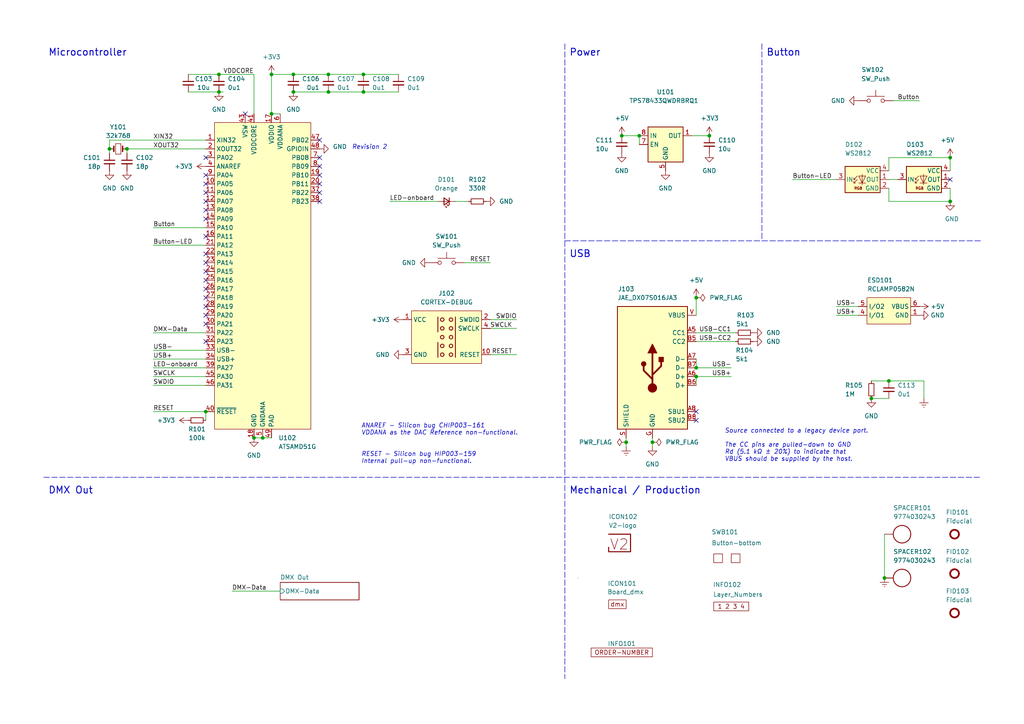
<source format=kicad_sch>
(kicad_sch (version 20230121) (generator eeschema)
  (paper "A4")
  (title_block (title "V2 dmx") (date "2023-01-07") (rev "2") (company "Versio Duo") (comment 1 "MIDI to DMX Bridge"))
  (lib_symbols
    (symbol "Device:C_Small" (pin_numbers hide) (pin_names (offset 0.254) hide)
      (property "Reference" "C" (at 0.254 1.778 0))
      (property "Value" "C_Small" (at 0.254 -2.032 0))
      (symbol "C_Small_0_1"
        (polyline (pts (xy -1.524 -0.508) (xy 1.524 -0.508)) (stroke (width 0.3302)))
        (polyline (pts (xy -1.524 0.508) (xy 1.524 0.508)) (stroke (width 0.3048)))
      )
      (symbol "C_Small_1_1"
        (pin passive line (at 0 2.54 270) (length 2.032) (name "~") (number "1"))
        (pin passive line (at 0 -2.54 90) (length 2.032) (name "~") (number "2"))
      )
    )
    (symbol "Device:Crystal_Small" (pin_numbers hide) (pin_names (offset 1.016) hide)
      (property "Reference" "Y" (at 0 2.54 0))
      (property "Value" "Crystal_Small" (at 0 -2.54 0))
      (symbol "Crystal_Small_0_1"
        (rectangle (start -0.762 -1.524) (end 0.762 1.524))
        (polyline (pts (xy -1.27 -0.762) (xy -1.27 0.762)) (stroke (width 0.381)))
        (polyline (pts (xy 1.27 -0.762) (xy 1.27 0.762)) (stroke (width 0.381)))
      )
      (symbol "Crystal_Small_1_1"
        (pin passive line (at -2.54 0 0) (length 1.27) (name "1") (number "1"))
        (pin passive line (at 2.54 0 180) (length 1.27) (name "2") (number "2"))
      )
    )
    (symbol "Device:LED_Small" (pin_numbers hide) (pin_names (offset 0.254) hide)
      (property "Reference" "D" (at -1.27 3.175 0))
      (property "Value" "LED_Small" (at -4.445 -2.54 0))
      (symbol "LED_Small_0_1"
        (polyline (pts (xy -0.762 -1.016) (xy -0.762 1.016)) (stroke (width 0.254)))
        (polyline (pts (xy 1.016 0) (xy -0.762 0)))
        (polyline (pts (xy 0.762 -1.016) (xy -0.762 0) (xy 0.762 1.016) (xy 0.762 -1.016)) (stroke (width 0.254)))
        (polyline (pts (xy 0 0.762) (xy -0.508 1.27) (xy -0.254 1.27) (xy -0.508 1.27) (xy -0.508 1.016)))
        (polyline (pts (xy 0.508 1.27) (xy 0 1.778) (xy 0.254 1.778) (xy 0 1.778) (xy 0 1.524)))
      )
      (symbol "LED_Small_1_1"
        (pin passive line (at -2.54 0 0) (length 1.778) (name "K") (number "1"))
        (pin passive line (at 2.54 0 180) (length 1.778) (name "A") (number "2"))
      )
    )
    (symbol "Device:R_Small" (pin_numbers hide) (pin_names (offset 0.254) hide)
      (property "Reference" "R" (at 0.762 0.508 0))
      (property "Value" "R_Small" (at 0.762 -1.016 0))
      (symbol "R_Small_0_1"
        (rectangle (start -0.762 1.778) (end 0.762 -1.778) (stroke (width 0.2032)))
      )
      (symbol "R_Small_1_1"
        (pin passive line (at 0 2.54 270) (length 0.762) (name "~") (number "1"))
        (pin passive line (at 0 -2.54 90) (length 0.762) (name "~") (number "2"))
      )
    )
    (symbol "Switch:SW_Push" (pin_numbers hide) (pin_names (offset 1.016) hide)
      (property "Reference" "SW" (at 1.27 2.54 0))
      (property "Value" "SW_Push" (at 0 -1.524 0))
      (symbol "SW_Push_0_1"
        (circle (center -2.032 0) (radius 0.508))
        (polyline (pts (xy 0 1.27) (xy 0 3.048)))
        (polyline (pts (xy 2.54 1.27) (xy -2.54 1.27)))
        (circle (center 2.032 0) (radius 0.508))
        (pin passive line (at -5.08 0 0) (length 2.54) (name "1") (number "1"))
        (pin passive line (at 5.08 0 180) (length 2.54) (name "2") (number "2"))
      )
    )
    (symbol "V2_Artwork:Board_dmx" (in_bom no)
      (property "Reference" "ICON" (at 0 2.54 0))
      (symbol "Board_dmx_0_0"
        (rectangle (start -11.43 7.62) (end -11.43 7.62))
        (rectangle (start 2.54 -1.27) (end -2.54 1.27))
        (text "dmx" (at 0 0 0) (effects (font (size 1.27 1.27))))
      )
    )
    (symbol "V2_Artwork:V2-logo" (in_bom no)
      (property "Reference" "ICON" (at -3.81 2.54 0))
      (symbol "V2-logo_1_0"
        (polyline (pts (xy -3.81 1.27) (xy 2.54 1.27) (xy 2.54 -3.81) (xy -3.81 -3.81) (xy -3.81 -2.54)) (stroke (width 0.3)))
        (text "V2" (at -0.7135 -1.6753 0) (effects (font (size 3 3))))
      )
    )
    (symbol "V2_Connector_USB:JAE_DX07S016JA3"
      (property "Reference" "J" (at -10.16 22.86 0))
      (property "Value" "USB-C_2.0" (at -10.16 20.5 0))
      (symbol "JAE_DX07S016JA3_0_1"
        (rectangle (start -10.16 17.78) (end 10.16 -17.78) (stroke (width 0.254)) (fill (type background)))
        (circle (center -2.54 1.143) (radius 0.635) (stroke (width 0.254)) (fill (type outline)))
        (circle (center 0 -5.842) (radius 1.27) (fill (type outline)))
        (polyline (pts (xy 0 -5.842) (xy 0 4.318)) (stroke (width 0.508)))
        (polyline (pts (xy 0 -3.302) (xy -2.54 -0.762) (xy -2.54 0.508)) (stroke (width 0.508)))
        (polyline (pts (xy 0 -2.032) (xy 2.54 0.508) (xy 2.54 1.778)) (stroke (width 0.508)))
        (polyline (pts (xy -1.27 4.318) (xy 0 6.858) (xy 1.27 4.318) (xy -1.27 4.318)) (stroke (width 0.254)) (fill (type outline)))
        (rectangle (start 1.905 1.778) (end 3.175 3.048) (stroke (width 0.254)) (fill (type outline)))
      )
      (symbol "JAE_DX07S016JA3_1_1"
        (pin bidirectional line (at 12.7 10.16 180) (length 2.54) (name "CC1") (number "A5"))
        (pin bidirectional line (at 12.7 -2.54 180) (length 2.54) (name "D+") (number "A6"))
        (pin bidirectional line (at 12.7 2.54 180) (length 2.54) (name "D-") (number "A7"))
        (pin bidirectional line (at 12.7 -12.7 180) (length 2.54) (name "SBU1") (number "A8"))
        (pin bidirectional line (at 12.7 7.62 180) (length 2.54) (name "CC2") (number "B5"))
        (pin bidirectional line (at 12.7 -5.08 180) (length 2.54) (name "D+") (number "B6"))
        (pin bidirectional line (at 12.7 0 180) (length 2.54) (name "D-") (number "B7"))
        (pin bidirectional line (at 12.7 -15.24 180) (length 2.54) (name "SBU2") (number "B8"))
        (pin passive line (at 0 -20.32 90) (length 2.54) (name "GND") (number "G"))
        (pin passive line (at -7.62 -20.32 90) (length 2.54) (name "SHIELD") (number "S"))
        (pin passive line (at 12.7 15.24 180) (length 2.54) (name "VBUS") (number "V"))
      )
    )
    (symbol "V2_Cortex_Debug:Cortex_Debug" (in_bom no)
      (property "Reference" "J" (at -8.89 11.43 0))
      (property "Value" "Cortex_Debug" (at -8.89 8.89 0))
      (symbol "Cortex_Debug_1_0"
        (circle (center 0 -5.08) (radius 0.508) (stroke (width 0.254)))
        (circle (center 0 -2.54) (radius 0.508) (stroke (width 0.254)))
        (polyline (pts (xy -1.27 -1.524) (xy -1.27 -5.842)) (stroke (width 0.254)))
        (polyline (pts (xy -1.27 5.842) (xy -1.27 1.524)) (stroke (width 0.254)))
        (polyline (pts (xy 3.81 -5.842) (xy 3.81 5.842)) (stroke (width 0.254)))
        (circle (center 0 0) (radius 0.508) (stroke (width 0.254)))
        (circle (center 0 2.54) (radius 0.508) (stroke (width 0.254)))
        (circle (center 0 5.08) (radius 0.508) (stroke (width 0.254)))
        (circle (center 2.54 -5.08) (radius 0.508) (stroke (width 0.254)))
        (circle (center 2.54 -2.54) (radius 0.508) (stroke (width 0.254)))
        (circle (center 2.54 0) (radius 0.508) (stroke (width 0.254)))
        (circle (center 2.54 2.54) (radius 0.508) (stroke (width 0.254)))
        (circle (center 2.54 5.08) (radius 0.508) (stroke (width 0.254)))
        (pin power_in line (at -11.43 5.08 0) (length 2.54) (name "VCC") (number "1"))
        (pin input line (at 13.97 -5.08 180) (length 2.54) (name "RESET") (number "10"))
        (pin bidirectional line (at 13.97 5.08 180) (length 2.54) (name "SWDIO") (number "2"))
        (pin power_in line (at -11.43 -5.08 0) (length 2.54) (name "GND") (number "3"))
        (pin input line (at 13.97 2.54 180) (length 2.54) (name "SWCLK") (number "4"))
        (pin passive line (at -11.43 -5.08 0) (length 2.54) hide (name "GND") (number "5"))
      )
      (symbol "Cortex_Debug_1_1"
        (rectangle (start -8.89 7.62) (end 11.43 -7.62) (fill (type background)))
      )
    )
    (symbol "V2_ESD_Suppressor:RCLAMP0582N"
      (property "Reference" "ESD" (at -6.35 6.35 0))
      (property "Value" "RCLAMP0582N" (at -6.35 3.81 0))
      (symbol "RCLAMP0582N_0_1"
        (rectangle (start -6.35 2.54) (end 6.35 -5.08) (fill (type background)))
      )
      (symbol "RCLAMP0582N_1_0"
        (pin power_in line (at 8.89 -2.54 180) (length 2.54) (name "GND") (number "1"))
        (pin no_connect line (at 2.54 -10.16 0) (length 2.54) hide (name "") (number "3"))
        (pin bidirectional line (at -8.89 -2.54 0) (length 2.54) (name "I/O1") (number "4"))
        (pin bidirectional line (at -8.89 0 0) (length 2.54) (name "I/O2") (number "5"))
        (pin power_in line (at 8.89 0 180) (length 2.54) (name "VBUS") (number "6"))
      )
      (symbol "RCLAMP0582N_1_1"
        (pin no_connect line (at 2.54 -7.62 0) (length 2.54) hide (name "") (number "2"))
      )
    )
    (symbol "V2_LED:WS2812" (pin_names (offset 0.254))
      (property "Reference" "D3" (at 0 11.43 0))
      (property "Value" "WS2812" (at 0 8.89 0))
      (symbol "WS2812_0_0"
        (text "RGB" (at -1.27 -1.27 0) (effects (font (size 0.762 0.762))))
      )
      (symbol "WS2812_0_1"
        (rectangle (start -5.08 5.08) (end 5.08 -2.54) (stroke (width 0.254)) (fill (type background)))
        (polyline (pts (xy -2.54 0.254) (xy -2.032 0.254)))
        (polyline (pts (xy -2.54 1.27) (xy -2.032 1.27)))
        (polyline (pts (xy 0.889 0.254) (xy -1.143 0.254)))
        (polyline (pts (xy -1.524 1.27) (xy -2.54 0.254) (xy -2.54 0.762)))
        (polyline (pts (xy -1.524 2.286) (xy -2.54 1.27) (xy -2.54 1.778)))
        (polyline (pts (xy -0.127 2.794) (xy -0.127 0.254) (xy -0.127 -0.254)))
        (polyline (pts (xy 0.889 2.286) (xy -1.143 2.286) (xy -0.127 0.254) (xy 0.889 2.286)))
      )
      (symbol "WS2812_1_1"
        (pin output line (at 7.62 1.27 180) (length 2.54) (name "OUT") (number "1"))
        (pin power_in line (at 7.62 -1.27 180) (length 2.54) (name "GND") (number "2"))
        (pin input line (at -7.62 1.27 0) (length 2.54) (name "IN") (number "3"))
        (pin power_in line (at 7.62 3.81 180) (length 2.54) (name "VCC") (number "4"))
      )
    )
    (symbol "V2_MCU_Microchip_SAMD:ATSAMD51G"
      (property "Reference" "U" (at 8.8392 -47.2948 0))
      (property "Value" "ATSAMD51G" (at 13.8684 -51.8668 0))
      (symbol "ATSAMD51G_0_1"
        (rectangle (start -13.97 44.45) (end 13.97 -44.45) (fill (type background)))
      )
      (symbol "ATSAMD51G_1_1"
        (pin bidirectional line (at -16.51 39.37 0) (length 2.54) (name "PA00") (number "1") (alternate "XIN32" input line))
        (pin bidirectional line (at -16.51 26.67 0) (length 2.54) (name "PA05") (number "10"))
        (pin bidirectional line (at -16.51 24.13 0) (length 2.54) (name "PA06") (number "11"))
        (pin bidirectional line (at -16.51 21.59 0) (length 2.54) (name "PA07") (number "12"))
        (pin bidirectional line (at -16.51 19.05 0) (length 2.54) (name "PA08") (number "13"))
        (pin bidirectional line (at -16.51 16.51 0) (length 2.54) (name "PA09") (number "14"))
        (pin bidirectional line (at -16.51 13.97 0) (length 2.54) (name "PA10") (number "15"))
        (pin bidirectional line (at -16.51 11.43 0) (length 2.54) (name "PA11") (number "16"))
        (pin power_in line (at 2.54 46.99 270) (length 2.54) (name "VDDIO") (number "17"))
        (pin power_in line (at -2.54 -46.99 90) (length 2.54) (name "GND") (number "18"))
        (pin bidirectional line (at 16.51 29.21 180) (length 2.54) (name "PB10") (number "19"))
        (pin bidirectional line (at -16.51 36.83 0) (length 2.54) (name "PA01") (number "2") (alternate "XOUT32" output line))
        (pin bidirectional line (at 16.51 26.67 180) (length 2.54) (name "PB11") (number "20"))
        (pin bidirectional line (at -16.51 8.89 0) (length 2.54) (name "PA12") (number "21"))
        (pin bidirectional line (at -16.51 6.35 0) (length 2.54) (name "PA13") (number "22"))
        (pin bidirectional line (at -16.51 3.81 0) (length 2.54) (name "PA14") (number "23"))
        (pin bidirectional line (at -16.51 1.27 0) (length 2.54) (name "PA15") (number "24"))
        (pin bidirectional line (at -16.51 -1.27 0) (length 2.54) (name "PA16") (number "25"))
        (pin bidirectional line (at -16.51 -3.81 0) (length 2.54) (name "PA17") (number "26"))
        (pin bidirectional line (at -16.51 -6.35 0) (length 2.54) (name "PA18") (number "27"))
        (pin bidirectional line (at -16.51 -8.89 0) (length 2.54) (name "PA19") (number "28"))
        (pin bidirectional line (at -16.51 -11.43 0) (length 2.54) (name "PA20") (number "29"))
        (pin bidirectional line (at -16.51 34.29 0) (length 2.54) (name "PA02") (number "3"))
        (pin bidirectional line (at -16.51 -13.97 0) (length 2.54) (name "PA21") (number "30"))
        (pin bidirectional line (at -16.51 -16.51 0) (length 2.54) (name "PA22") (number "31"))
        (pin bidirectional line (at -16.51 -19.05 0) (length 2.54) (name "PA23") (number "32"))
        (pin bidirectional line (at -16.51 -21.59 0) (length 2.54) (name "PA24") (number "33") (alternate "USB-" bidirectional line))
        (pin bidirectional line (at -16.51 -24.13 0) (length 2.54) (name "PA25") (number "34") (alternate "USB+" bidirectional line))
        (pin passive line (at -2.54 -46.99 90) (length 2.54) hide (name "GND") (number "35"))
        (pin passive line (at 2.54 46.99 270) (length 2.54) hide (name "VDDIO") (number "36"))
        (pin bidirectional line (at 16.51 24.13 180) (length 2.54) (name "PB22") (number "37"))
        (pin bidirectional line (at 16.51 21.59 180) (length 2.54) (name "PB23") (number "38"))
        (pin bidirectional line (at -16.51 -26.67 0) (length 2.54) (name "PA27") (number "39"))
        (pin bidirectional line (at -16.51 31.75 0) (length 2.54) (name "PA03") (number "4") (alternate "ANAREF" input line))
        (pin input line (at -16.51 -39.37 0) (length 2.54) (name "~{RESET}") (number "40"))
        (pin power_out line (at -2.54 46.99 270) (length 2.54) (name "VDDCORE") (number "41"))
        (pin passive line (at -2.54 -46.99 90) (length 2.54) hide (name "GND") (number "42"))
        (pin power_in line (at -5.08 46.99 270) (length 2.54) (name "VSW") (number "43"))
        (pin passive line (at 2.54 46.99 270) (length 2.54) hide (name "VDDIO") (number "44"))
        (pin bidirectional line (at -16.51 -29.21 0) (length 2.54) (name "PA30") (number "45"))
        (pin bidirectional line (at -16.51 -31.75 0) (length 2.54) (name "PA31") (number "46"))
        (pin bidirectional line (at 16.51 39.37 180) (length 2.54) (name "PB02") (number "47"))
        (pin bidirectional line (at 16.51 36.83 180) (length 2.54) (name "PB03") (number "48") (alternate "GPIOIN" input line))
        (pin power_in line (at 2.54 -46.99 90) (length 2.54) (name "PAD") (number "49"))
        (pin power_in line (at 0 -46.99 90) (length 2.54) (name "GNDANA") (number "5"))
        (pin power_in line (at 5.08 46.99 270) (length 2.54) (name "VDDANA") (number "6"))
        (pin bidirectional line (at 16.51 34.29 180) (length 2.54) (name "PB08") (number "7"))
        (pin bidirectional line (at 16.51 31.75 180) (length 2.54) (name "PB09") (number "8"))
        (pin bidirectional line (at -16.51 29.21 0) (length 2.54) (name "PA04") (number "9"))
      )
    )
    (symbol "V2_Mechanical:Fiducial_Paste" (in_bom no)
      (property "Reference" "FID" (at 0 5.08 0))
      (property "Value" "Fiducial_Paste" (at 0 3.175 0))
      (symbol "Fiducial_Paste_0_1"
        (circle (center 0 0) (radius 1.27) (stroke (width 0.508)))
      )
    )
    (symbol "V2_PCB_Devices:Button-bottom" (in_bom no)
      (property "Reference" "SWB1" (at -2.54 3.81 0))
      (property "Value" "Button-bottom" (at -6.35 -3.81 0))
      (symbol "Button-bottom_0_1"
        (rectangle (start -3.81 1.27) (end -1.27 -1.27))
        (rectangle (start 1.27 1.27) (end 3.81 -1.27))
      )
    )
    (symbol "V2_Production:Layer_Numbers" (in_bom no)
      (property "Reference" "INFO" (at 0 3.81 0))
      (property "Value" "Layer_Numbers" (at 0 -3.81 0))
      (symbol "Layer_Numbers_0_0"
        (text "1 2 3 4" (at 0 0 0) (effects (font (size 1.27 1.27))))
      )
      (symbol "Layer_Numbers_0_1"
        (rectangle (start -5.08 1.27) (end 5.08 -1.27))
      )
    )
    (symbol "V2_Production:Order_Number" (in_bom no)
      (property "Reference" "INFO" (at 0 2.54 0))
      (symbol "Order_Number_0_0"
        (text "ORDER-NUMBER" (at 0 0 0) (effects (font (size 1.27 1.27))))
      )
      (symbol "Order_Number_0_1"
        (rectangle (start -8.89 1.27) (end 8.89 -1.27))
      )
    )
    (symbol "V2_Regulator_Linear:TPS78433QWDRBRQ1"
      (property "Reference" "U" (at -5.08 10.16 0))
      (property "Value" "TPS78433QWDRBRQ1 " (at -5.08 7.62 0))
      (symbol "TPS78433QWDRBRQ1_0_1"
        (rectangle (start -5.08 -5.08) (end 5.08 5.08) (stroke (width 0.254)) (fill (type background)))
        (pin power_out line (at 7.62 2.54 180) (length 2.54) (name "OUT") (number "1"))
        (pin no_connect line (at 0 -19.05 180) (length 2.54) hide (name "") (number "2"))
        (pin no_connect line (at 0 -21.59 180) (length 2.54) hide (name "") (number "3"))
        (pin no_connect line (at 0 -24.13 180) (length 2.54) hide (name "") (number "4"))
        (pin power_in line (at 0 -7.62 90) (length 2.54) (name "GND") (number "5"))
        (pin no_connect line (at 0 -26.67 180) (length 2.54) hide (name "") (number "6"))
        (pin input line (at -7.62 0 0) (length 2.54) (name "EN") (number "7"))
        (pin power_in line (at -7.62 2.54 0) (length 2.54) (name "IN") (number "8"))
      )
      (symbol "TPS78433QWDRBRQ1_1_1"
        (pin passive line (at 0 -7.62 90) (length 2.54) hide (name "GND") (number "9"))
      )
    )
    (symbol "V2_Spacer_Wurth:9774030243" (pin_numbers hide) (pin_names hide)
      (property "Reference" "SPACER" (at 0 7.62 0))
      (property "Value" "9774030243" (at 0 5.08 0))
      (symbol "9774030243_1_0"
        (circle (center 0 0) (radius 2.54) (stroke (width 0.254)))
        (pin passive line (at -5.08 0 0) (length 2.54) (name "1") (number "1"))
      )
    )
    (symbol "power:+3V3" (power) (pin_names (offset 0))
      (property "Value" "+3V3" (at 0 3.556 0))
      (symbol "+3V3_0_1"
        (polyline (pts (xy -0.762 1.27) (xy 0 2.54)))
        (polyline (pts (xy 0 0) (xy 0 2.54)))
        (polyline (pts (xy 0 2.54) (xy 0.762 1.27)))
      )
      (symbol "+3V3_1_1"
        (pin power_in line (at 0 0 90) (length 0) hide (name "+3V3") (number "1"))
      )
    )
    (symbol "power:+5V" (power) (pin_names (offset 0))
      (property "Value" "+5V" (at 0 3.556 0))
      (symbol "+5V_0_1"
        (polyline (pts (xy -0.762 1.27) (xy 0 2.54)))
        (polyline (pts (xy 0 0) (xy 0 2.54)))
        (polyline (pts (xy 0 2.54) (xy 0.762 1.27)))
      )
      (symbol "+5V_1_1"
        (pin power_in line (at 0 0 90) (length 0) hide (name "+5V") (number "1"))
      )
    )
    (symbol "power:Earth" (power) (pin_names (offset 0))
      (symbol "Earth_0_1"
        (polyline (pts (xy -0.635 -1.905) (xy 0.635 -1.905)))
        (polyline (pts (xy -0.127 -2.54) (xy 0.127 -2.54)))
        (polyline (pts (xy 0 -1.27) (xy 0 0)))
        (polyline (pts (xy 1.27 -1.27) (xy -1.27 -1.27)))
      )
      (symbol "Earth_1_1"
        (pin power_in line (at 0 0 270) (length 0) hide (name "Earth") (number "1"))
      )
    )
    (symbol "power:GND" (power) (pin_names (offset 0))
      (property "Value" "GND" (at 0 -3.81 0))
      (symbol "GND_0_1"
        (polyline (pts (xy 0 0) (xy 0 -1.27) (xy 1.27 -1.27) (xy 0 -2.54) (xy -1.27 -1.27) (xy 0 -1.27)))
      )
      (symbol "GND_1_1"
        (pin power_in line (at 0 0 270) (length 0) hide (name "GND") (number "1"))
      )
    )
    (symbol "power:PWR_FLAG" (power) (pin_numbers hide) (pin_names (offset 0) hide)
      (property "Value" "PWR_FLAG" (at 0 3.81 0))
      (symbol "PWR_FLAG_0_0"
        (pin power_out line (at 0 0 90) (length 0) (name "pwr") (number "1"))
      )
      (symbol "PWR_FLAG_0_1"
        (polyline (pts (xy 0 0) (xy 0 1.27) (xy -1.016 1.905) (xy 0 2.54) (xy 1.016 1.905) (xy 0 1.27)))
      )
    )
  )
  (junction (at 95.25 21.59))
  (junction (at 275.59 58.42))
  (junction (at 185.42 39.37))
  (junction (at 63.5 21.59))
  (junction (at 85.09 26.67))
  (junction (at 252.73 115.57))
  (junction (at 105.41 26.67))
  (junction (at 201.93 106.68))
  (junction (at 36.83 43.18))
  (junction (at 201.93 86.36))
  (junction (at 181.61 128.27))
  (junction (at 76.2 127))
  (junction (at 105.41 21.59))
  (junction (at 73.66 127))
  (junction (at 180.34 39.37))
  (junction (at 257.81 110.49))
  (junction (at 85.09 21.59))
  (junction (at 95.25 26.67))
  (junction (at 31.75 43.18))
  (junction (at 275.59 45.72))
  (junction (at 78.74 21.59))
  (junction (at 59.69 119.38))
  (junction (at 189.23 128.27))
  (junction (at 63.5 26.67))
  (junction (at 201.93 109.22))
  (junction (at 256.54 167.64))
  (junction (at 205.74 39.37))
  (junction (at 78.74 33.02))
  (no_connect (at 59.69 63.5))
  (no_connect (at 59.69 88.9))
  (no_connect (at 275.59 52.07))
  (no_connect (at 201.93 119.38))
  (no_connect (at 201.93 121.92))
  (no_connect (at 59.69 53.34))
  (no_connect (at 59.69 55.88))
  (no_connect (at 59.69 58.42))
  (no_connect (at 59.69 60.96))
  (no_connect (at 59.69 68.58))
  (no_connect (at 59.69 50.8))
  (no_connect (at 59.69 45.72))
  (no_connect (at 59.69 78.74))
  (no_connect (at 59.69 76.2))
  (no_connect (at 59.69 73.66))
  (no_connect (at 59.69 86.36))
  (no_connect (at 92.71 50.8))
  (no_connect (at 92.71 53.34))
  (no_connect (at 92.71 58.42))
  (no_connect (at 92.71 55.88))
  (no_connect (at 92.71 48.26))
  (no_connect (at 92.71 45.72))
  (no_connect (at 92.71 40.64))
  (no_connect (at 59.69 83.82))
  (no_connect (at 71.12 33.02))
  (no_connect (at 59.69 93.98))
  (no_connect (at 59.69 91.44))
  (no_connect (at 59.69 99.06))
  (no_connect (at 59.69 81.28))
  (wire (pts (xy 257.81 110.49) (xy 267.97 110.49)))
  (wire (pts (xy 78.74 21.59) (xy 78.74 33.02)))
  (wire (pts (xy 64.77 26.67) (xy 63.5 26.67)))
  (wire (pts (xy 59.69 119.38) (xy 59.69 121.92)))
  (wire (pts (xy 257.81 49.53) (xy 257.81 45.72)))
  (wire (pts (xy 201.93 104.14) (xy 201.93 106.68)))
  (wire (pts (xy 257.81 52.07) (xy 260.35 52.07)))
  (wire (pts (xy 180.34 39.37) (xy 185.42 39.37)))
  (wire (pts (xy 76.2 127) (xy 78.74 127)))
  (polyline (pts (xy 12.7 138.43) (xy 284.48 138.43)) (stroke (width 0) (type dash)))
  (wire (pts (xy 81.28 171.45) (xy 67.31 171.45)))
  (wire (pts (xy 257.81 45.72) (xy 275.59 45.72)))
  (wire (pts (xy 63.5 21.59) (xy 73.66 21.59)))
  (wire (pts (xy 181.61 128.27) (xy 181.61 127)))
  (wire (pts (xy 142.24 92.71) (xy 149.86 92.71)))
  (wire (pts (xy 201.93 109.22) (xy 212.09 109.22)))
  (wire (pts (xy 44.45 111.76) (xy 59.69 111.76)))
  (wire (pts (xy 31.75 43.18) (xy 31.75 44.45)))
  (wire (pts (xy 257.81 58.42) (xy 275.59 58.42)))
  (wire (pts (xy 95.25 26.67) (xy 105.41 26.67)))
  (wire (pts (xy 44.45 119.38) (xy 59.69 119.38)))
  (wire (pts (xy 267.97 110.49) (xy 267.97 115.57)))
  (wire (pts (xy 189.23 128.27) (xy 189.23 127)))
  (wire (pts (xy 44.45 66.04) (xy 59.69 66.04)))
  (wire (pts (xy 78.74 33.02) (xy 81.28 33.02)))
  (wire (pts (xy 63.5 21.59) (xy 54.61 21.59)))
  (wire (pts (xy 63.5 26.67) (xy 54.61 26.67)))
  (wire (pts (xy 201.93 109.22) (xy 201.93 111.76)))
  (wire (pts (xy 229.87 52.07) (xy 242.57 52.07)))
  (wire (pts (xy 201.93 106.68) (xy 212.09 106.68)))
  (wire (pts (xy 134.62 76.2) (xy 142.24 76.2)))
  (wire (pts (xy 73.66 33.02) (xy 73.66 21.59)))
  (wire (pts (xy 275.59 54.61) (xy 275.59 58.42)))
  (wire (pts (xy 242.57 88.9) (xy 248.92 88.9)))
  (wire (pts (xy 78.74 21.59) (xy 85.09 21.59)))
  (wire (pts (xy 189.23 129.54) (xy 189.23 128.27)))
  (polyline (pts (xy 163.83 69.85) (xy 284.48 69.85)) (stroke (width 0) (type dash)))
  (wire (pts (xy 201.93 86.36) (xy 201.93 91.44)))
  (wire (pts (xy 44.45 71.12) (xy 59.69 71.12)))
  (wire (pts (xy 201.93 99.06) (xy 213.36 99.06)))
  (wire (pts (xy 256.54 154.94) (xy 256.54 167.64)))
  (wire (pts (xy 142.24 95.25) (xy 149.86 95.25)))
  (wire (pts (xy 205.74 39.37) (xy 200.66 39.37)))
  (wire (pts (xy 252.73 110.49) (xy 257.81 110.49)))
  (wire (pts (xy 85.09 21.59) (xy 95.25 21.59)))
  (wire (pts (xy 44.45 104.14) (xy 59.69 104.14)))
  (wire (pts (xy 85.09 26.67) (xy 95.25 26.67)))
  (wire (pts (xy 185.42 39.37) (xy 185.42 41.91)))
  (wire (pts (xy 259.08 29.21) (xy 266.7 29.21)))
  (polyline (pts (xy 220.98 12.7) (xy 220.98 69.85)) (stroke (width 0) (type dash)))
  (wire (pts (xy 252.73 115.57) (xy 257.81 115.57)))
  (wire (pts (xy 275.59 45.72) (xy 275.59 49.53)))
  (wire (pts (xy 257.81 54.61) (xy 257.81 58.42)))
  (wire (pts (xy 105.41 21.59) (xy 115.57 21.59)))
  (wire (pts (xy 142.24 102.87) (xy 149.86 102.87)))
  (wire (pts (xy 95.25 21.59) (xy 105.41 21.59)))
  (wire (pts (xy 135.89 58.42) (xy 132.08 58.42)))
  (wire (pts (xy 59.69 40.64) (xy 31.75 40.64)))
  (wire (pts (xy 201.93 96.52) (xy 213.36 96.52)))
  (wire (pts (xy 59.69 96.52) (xy 44.45 96.52)))
  (wire (pts (xy 36.83 43.18) (xy 36.83 44.45)))
  (polyline (pts (xy 163.83 12.7) (xy 163.83 196.85)) (stroke (width 0) (type dash)))
  (wire (pts (xy 44.45 106.68) (xy 59.69 106.68)))
  (wire (pts (xy 44.45 109.22) (xy 59.69 109.22)))
  (wire (pts (xy 31.75 40.64) (xy 31.75 43.18)))
  (wire (pts (xy 73.66 127) (xy 76.2 127)))
  (wire (pts (xy 59.69 43.18) (xy 36.83 43.18)))
  (wire (pts (xy 242.57 91.44) (xy 248.92 91.44)))
  (wire (pts (xy 181.61 129.54) (xy 181.61 128.27)))
  (wire (pts (xy 44.45 101.6) (xy 59.69 101.6)))
  (wire (pts (xy 105.41 26.67) (xy 115.57 26.67)))
  (wire (pts (xy 113.03 58.42) (xy 127 58.42)))
  (text "﻿ANAREF - Silicon bug CHIP003-161\nVDDANA as the DAC Reference non-functional." (at 104.775 126.365 0) (effects (font (size 1.27 1.27) italic) (justify left bottom)))
  (text "RESET - ﻿Silicon bug HIP003-159\nInternal pull-up non-functional." (at 104.775 134.62 0) (effects (font (size 1.27 1.27) italic) (justify left bottom)))
  (text "﻿Source connected to a legacy device port.\n\nThe CC pins are pulled-down to GND\nRd (5.1 kΩ ± 20%) to indicate that\nVBUS should be supplied by the host. " (at 210.185 133.985 0) (effects (font (size 1.27 1.27) italic) (justify left bottom)))
  (text "Button" (at 222.25 16.51 0) (effects (font (size 2 2) (thickness 0.254) bold) (justify left bottom)))
  (text "Revision 2" (at 102.0585 43.5001 0) (effects (font (size 1.27 1.27) italic) (justify left bottom)))
  (text "Mechanical / Production" (at 165.1 143.51 0) (effects (font (size 2 2) (thickness 0.254) bold) (justify left bottom)))
  (text "Power" (at 165.1 16.51 0) (effects (font (size 2 2) (thickness 0.254) bold) (justify left bottom)))
  (text "Microcontroller" (at 13.97 16.51 0) (effects (font (size 2 2) (thickness 0.254) bold) (justify left bottom)))
  (text "USB" (at 165.1 74.93 0) (effects (font (size 2 2) (thickness 0.254) bold) (justify left bottom)))
  (text "DMX Out" (at 13.97 143.51 0) (effects (font (size 2 2) (thickness 0.254) bold) (justify left bottom)))
  (label "RESET" (at 44.45 119.38 0))
  (label "Button-LED" (at 44.45 71.12 0))
  (label "XIN32" (at 44.45 40.64 0))
  (label "SWDIO" (at 149.86 92.71 180))
  (label "SWCLK" (at 44.45 109.22 0))
  (label "DMX-Data" (at 67.31 171.45 0))
  (label "USB-CC1" (at 212.09 96.52 180))
  (label "RESET" (at 148.59 102.87 180))
  (label "XOUT32" (at 44.45 43.18 0))
  (label "SWCLK" (at 148.59 95.25 180))
  (label "Button-LED" (at 229.87 52.07 0))
  (label "VDDCORE" (at 64.77 21.59 0))
  (label "USB-" (at 212.09 106.68 180))
  (label "DMX-Data" (at 44.45 96.52 0))
  (label "LED-onboard" (at 44.45 106.68 0))
  (label "USB+" (at 212.09 109.22 180))
  (label "USB+" (at 242.57 91.44 0))
  (label "LED-onboard" (at 113.03 58.42 0))
  (label "Button" (at 44.45 66.04 0))
  (label "RESET" (at 142.24 76.2 180))
  (label "USB-CC2" (at 212.09 99.06 180))
  (label "Button" (at 266.7 29.21 180))
  (label "USB+" (at 44.45 104.14 0))
  (label "USB-" (at 44.45 101.6 0))
  (label "SWDIO" (at 44.45 111.76 0))
  (label "USB-" (at 242.57 88.9 0))
  (symbol (lib_id "Device:R_Small") (at 215.9 96.52 90) (unit 1)
    (property "Reference" "R103" (at 218.8025 91.4041 90) (effects (justify left)))
    (property "Value" "5k1" (at 217.1699 93.98 90) (effects (justify left)))
    (property "Footprint" "Resistor_SMD:R_0603_1608Metric" (effects hide))
  )
  (symbol (lib_id "Device:C_Small") (at 115.57 24.13 0) (unit 1)
    (property "Reference" "C109" (at 118.11 22.8662 0) (effects (justify left)))
    (property "Value" "0u1" (at 118.11 25.4062 0) (effects (justify left)))
    (property "Footprint" "Capacitor_SMD:C_0603_1608Metric" (effects hide))
  )
  (symbol (lib_id "power:GND") (at 275.59 58.42 0) (unit 1)
    (property "Reference" "#PWR0134" (effects hide))
    (property "Value" "GND" (at 278.13 63.4999 0) (effects (justify right)))
  )
  (symbol (lib_id "V2_ESD_Suppressor:RCLAMP0582N") (at 257.81 88.9 0) (unit 1)
    (property "Reference" "ESD101" (at 255.27 81.28 0))
    (property "Value" "RCLAMP0582N" (at 258.445 83.82 0))
    (property "Footprint" "V2_ESD_Suppressor:SLP1210N6" (effects hide))
  )
  (symbol (lib_id "power:+3V3") (at 205.74 39.37 0) (unit 1)
    (property "Reference" "#PWR0124" (effects hide))
    (property "Value" "+3V3" (at 203.2 34.29 0) (effects (justify left)))
  )
  (symbol (lib_id "Switch:SW_Push") (at 254 29.21 0) (unit 1)
    (property "Reference" "SW102" (at 253.1122 20.2088 0))
    (property "Value" "SW_Push" (at 254 22.86 0))
    (property "Footprint" "V2_Button_Switch_SMD:SKSG" (effects hide))
  )
  (symbol (lib_id "power:GND") (at 92.71 43.18 90) (unit 1)
    (property "Reference" "#PWR0113" (effects hide))
    (property "Value" "GND" (at 96.52 42.5449 90) (effects (justify right)))
  )
  (symbol (lib_id "power:GND") (at 218.44 99.06 90) (unit 1)
    (property "Reference" "#PWR0126" (effects hide))
    (property "Value" "GND" (at 222.25 99.0599 90) (effects (justify right)))
  )
  (symbol (lib_id "power:GND") (at 73.66 127 0) (unit 1)
    (property "Reference" "#PWR0108" (effects hide))
    (property "Value" "GND" (at 73.66 132.08 0))
  )
  (symbol (lib_id "power:Earth") (at 267.97 115.57 0) (unit 1)
    (property "Reference" "#PWR0132" (effects hide))
    (property "Value" "Earth" (effects hide))
  )
  (symbol (lib_id "V2_Regulator_Linear:TPS78433QWDRBRQ1") (at 193.04 41.91 0) (unit 1)
    (property "Reference" "U101" (at 193.04 26.67 0))
    (property "Value" "TPS78433QWDRBRQ1 " (at 193.04 29.21 0))
    (property "Footprint" "V2_Package_SON:VSON-8-1_3x3mm_P0.65_EP1.65x2.4mm" (effects hide))
    (property "Datasheet" "https://www.ti.com/product/TPS784-Q1" (effects hide))
  )
  (symbol (lib_id "Device:C_Small") (at 257.81 113.03 0) (unit 1)
    (property "Reference" "C113" (at 260.35 111.7662 0) (effects (justify left)))
    (property "Value" "0u1" (at 260.35 114.3062 0) (effects (justify left)))
    (property "Footprint" "Capacitor_SMD:C_0603_1608Metric" (effects hide))
  )
  (symbol (lib_id "power:GND") (at 36.83 49.53 0) (unit 1)
    (property "Reference" "#PWR0102" (effects hide))
    (property "Value" "GND" (at 36.83 54.61 0))
  )
  (symbol (lib_id "power:+5V") (at 266.7 88.9 270) (unit 1)
    (property "Reference" "#PWR0130" (effects hide))
    (property "Value" "+5V" (at 269.875 88.8999 90) (effects (justify left)))
  )
  (symbol (lib_id "Device:LED_Small") (at 129.54 58.42 180) (unit 1)
    (property "Reference" "D101" (at 129.4765 52.07 0))
    (property "Value" "Orange" (at 129.4765 54.61 0))
    (property "Footprint" "LED_SMD:LED_0603_1608Metric" (effects hide))
  )
  (symbol (lib_id "power:GND") (at 63.5 26.67 0) (unit 1)
    (property "Reference" "#PWR0107" (effects hide))
    (property "Value" "GND" (at 63.5 31.75 0))
  )
  (symbol (lib_id "V2_LED:WS2812") (at 250.19 53.34 0) (unit 1)
    (property "Reference" "D102" (at 247.65 41.91 0))
    (property "Value" "WS2812" (at 248.92 44.45 0))
    (property "Footprint" "V2_LED:WS2812-2020" (effects hide))
  )
  (symbol (lib_id "power:Earth") (at 181.61 129.54 0) (unit 1)
    (property "Reference" "#PWR0118" (effects hide))
    (property "Value" "Earth" (effects hide))
  )
  (symbol (lib_id "V2_PCB_Devices:Button-bottom") (at 210.82 161.925 0) (unit 1) (in_bom no)
    (property "Reference" "SWB101" (at 206.375 154.305 0) (effects (justify left)))
    (property "Value" "Button-bottom" (at 206.375 157.48 0) (effects (justify left)))
    (property "Footprint" "V2_PCB_Devices:PCB_Button-bottom" (effects hide))
    (property "Sim.Enable" "0" (effects hide))
  )
  (symbol (lib_id "power:PWR_FLAG") (at 181.61 128.27 90) (unit 1)
    (property "Reference" "#FLG0101" (effects hide))
    (property "Value" "PWR_FLAG" (at 172.72 128.27 90))
  )
  (symbol (lib_id "Device:C_Small") (at 205.74 41.91 0) (unit 1)
    (property "Reference" "C110" (at 208.28 40.6462 0) (effects (justify left)))
    (property "Value" "10u" (at 208.28 43.1862 0) (effects (justify left)))
    (property "Footprint" "Capacitor_SMD:C_0603_1608Metric" (effects hide))
  )
  (symbol (lib_id "power:+3V3") (at 78.74 21.59 0) (unit 1)
    (property "Reference" "#PWR0110" (effects hide))
    (property "Value" "+3V3" (at 78.74 16.51 0))
  )
  (symbol (lib_id "power:+5V") (at 275.59 45.72 0) (unit 1)
    (property "Reference" "#PWR0133" (effects hide))
    (property "Value" "+5V" (at 276.86 40.6399 0) (effects (justify right)))
  )
  (symbol (lib_id "power:+3V3") (at 54.61 121.92 90) (unit 1)
    (property "Reference" "#PWR0103" (effects hide))
    (property "Value" "+3V3" (at 50.8 121.9199 90) (effects (justify left)))
  )
  (symbol (lib_id "V2_Cortex_Debug:Cortex_Debug") (at 128.27 97.79 0) (unit 1) (in_bom no)
    (property "Reference" "J102" (at 129.54 85.09 0))
    (property "Value" "CORTEX-DEBUG" (at 129.54 87.63 0))
    (property "Footprint" "V2_Cortex_Debug:Cortex_Debug_Pad" (effects hide))
    (property "Sim.Enable" "0" (effects hide))
  )
  (symbol (lib_id "power:GND") (at 252.73 115.57 0) (unit 1)
    (property "Reference" "#PWR0128" (effects hide))
    (property "Value" "GND" (at 252.73 120.65 0))
  )
  (symbol (lib_id "power:GND") (at 31.75 49.53 0) (unit 1)
    (property "Reference" "#PWR0101" (effects hide))
    (property "Value" "GND" (at 31.75 54.61 0))
  )
  (symbol (lib_id "power:GND") (at 116.84 102.87 270) (unit 1)
    (property "Reference" "#PWR0116" (effects hide))
    (property "Value" "GND" (at 113.03 102.8699 90) (effects (justify right)))
  )
  (symbol (lib_id "V2_LED:WS2812") (at 267.97 53.34 0) (unit 1)
    (property "Reference" "D103" (at 265.43 41.91 0))
    (property "Value" "WS2812" (at 266.7 44.45 0))
    (property "Footprint" "V2_LED:WS2812-2020" (effects hide))
  )
  (symbol (lib_id "power:Earth") (at 256.54 167.64 0) (unit 1)
    (property "Reference" "#PWR0129" (effects hide))
    (property "Value" "Earth" (effects hide))
  )
  (symbol (lib_id "power:GND") (at 189.23 129.54 0) (unit 1)
    (property "Reference" "#PWR0120" (effects hide))
    (property "Value" "GND" (at 189.23 134.62 0))
  )
  (symbol (lib_id "power:+5V") (at 180.34 39.37 0) (unit 1)
    (property "Reference" "#PWR0121" (effects hide))
    (property "Value" "+5V" (at 180.34 34.29 0))
  )
  (symbol (lib_id "power:GND") (at 218.44 96.52 90) (unit 1)
    (property "Reference" "#PWR0125" (effects hide))
    (property "Value" "GND" (at 222.25 96.5199 90) (effects (justify right)))
  )
  (symbol (lib_id "power:+3V3") (at 59.69 48.26 90) (unit 1)
    (property "Reference" "#PWR0106" (effects hide))
    (property "Value" "+3V3" (at 55.88 48.2599 90) (effects (justify left)))
  )
  (symbol (lib_id "V2_Spacer_Wurth:9774030243") (at 261.62 154.94 0) (unit 1)
    (property "Reference" "SPACER101" (at 259.08 147.32 0) (effects (justify left)))
    (property "Value" "9774030243" (at 259.08 149.86 0) (effects (justify left)))
    (property "Footprint" "V2_Spacer_Wurth:9774030243" (effects hide))
    (property "Sim.Enable" "0" (effects hide))
  )
  (symbol (lib_id "power:GND") (at 85.09 26.67 0) (unit 1)
    (property "Reference" "#PWR0111" (effects hide))
    (property "Value" "GND" (at 85.09 31.75 0))
  )
  (symbol (lib_id "Device:R_Small") (at 252.73 113.03 0) (unit 1)
    (property "Reference" "R105" (at 245.11 111.7599 0) (effects (justify left)))
    (property "Value" "1M" (at 245.11 114.2999 0) (effects (justify left)))
    (property "Footprint" "Resistor_SMD:R_0603_1608Metric" (effects hide))
  )
  (symbol (lib_id "power:GND") (at 248.92 29.21 270) (unit 1)
    (property "Reference" "#PWR0127" (effects hide))
    (property "Value" "GND" (at 245.11 29.2099 90) (effects (justify right)))
  )
  (symbol (lib_id "V2_Production:Order_Number") (at 180.34 189.23 0) (unit 1) (in_bom no)
    (property "Reference" "INFO101" (at 180.34 186.69 0))
    (property "Value" "ORDER-NUMBER" (effects hide))
    (property "Footprint" "V2_Production:Order_Number" (effects hide))
    (property "Sim.Enable" "0" (effects hide))
  )
  (symbol (lib_id "power:+3V3") (at 116.84 92.71 90) (unit 1)
    (property "Reference" "#PWR0115" (effects hide))
    (property "Value" "+3V3" (at 113.03 92.7099 90) (effects (justify left)))
  )
  (symbol (lib_id "V2_Spacer_Wurth:9774030243") (at 261.62 167.64 0) (unit 1)
    (property "Reference" "SPACER102" (at 259.08 160.02 0) (effects (justify left)))
    (property "Value" "9774030243" (at 259.08 162.56 0) (effects (justify left)))
    (property "Footprint" "V2_Spacer_Wurth:9774030243" (effects hide))
    (property "Sim.Enable" "0" (effects hide))
  )
  (symbol (lib_id "Device:C_Small") (at 180.34 41.91 0) (unit 1)
    (property "Reference" "C111" (at 177.8 40.64 0) (effects (justify right)))
    (property "Value" "10u" (at 176.53 43.18 0) (effects (justify right)))
    (property "Footprint" "Capacitor_SMD:C_0603_1608Metric" (effects hide))
  )
  (symbol (lib_id "V2_Production:Layer_Numbers") (at 212.09 175.895 0) (unit 1) (in_bom no)
    (property "Reference" "INFO102" (at 206.7819 169.5806 0) (effects (justify left)))
    (property "Value" "Layer_Numbers" (at 214.0284 172.4235 0))
    (property "Footprint" "V2_Production:Layer_Numbers" (effects hide))
    (property "Sim.Enable" "0" (effects hide))
  )
  (symbol (lib_id "Device:Crystal_Small") (at 34.29 43.18 0) (unit 1)
    (property "Reference" "Y101" (at 34.29 36.83 0))
    (property "Value" "32k768" (at 34.29 39.37 0))
    (property "Footprint" "V2_Crystal:Crystal_SMD_3215-2Pin_3.2x1.5mm" (effects hide))
  )
  (symbol (lib_id "Device:C_Small") (at 36.83 46.99 0) (unit 1)
    (property "Reference" "C102" (at 39.37 45.7262 0) (effects (justify left)))
    (property "Value" "18p" (at 39.37 48.2662 0) (effects (justify left)))
    (property "Footprint" "Capacitor_SMD:C_0603_1608Metric" (effects hide))
  )
  (symbol (lib_id "Device:C_Small") (at 54.61 24.13 0) (unit 1)
    (property "Reference" "C103" (at 56.515 22.8662 0) (effects (justify left)))
    (property "Value" "10u" (at 57.15 25.4062 0) (effects (justify left)))
    (property "Footprint" "Capacitor_SMD:C_0603_1608Metric" (effects hide))
  )
  (symbol (lib_id "Device:C_Small") (at 63.5 24.13 0) (unit 1)
    (property "Reference" "C104" (at 66.04 22.8662 0) (effects (justify left)))
    (property "Value" "0u1" (at 66.04 25.4062 0) (effects (justify left)))
    (property "Footprint" "Capacitor_SMD:C_0603_1608Metric" (effects hide))
  )
  (symbol (lib_id "power:+5V") (at 201.93 86.36 0) (unit 1)
    (property "Reference" "#PWR0123" (effects hide))
    (property "Value" "+5V" (at 201.93 81.28 0))
  )
  (symbol (lib_id "power:GND") (at 180.34 44.45 0) (unit 1)
    (property "Reference" "#PWR0119" (effects hide))
    (property "Value" "GND" (at 180.34 49.53 0))
  )
  (symbol (lib_id "V2_Mechanical:Fiducial_Paste") (at 276.86 154.94 0) (unit 1) (in_bom no)
    (property "Reference" "FID101" (at 274.32 148.59 0) (effects (justify left)))
    (property "Value" "Fiducial" (at 274.32 151.13 0) (effects (justify left)))
    (property "Footprint" "V2_Fiducial:Fiducial_0.5mm_Mask1mm_Paste" (effects hide))
    (property "Sim.Enable" "0" (effects hide))
  )
  (symbol (lib_id "Device:C_Small") (at 31.75 46.99 0) (unit 1)
    (property "Reference" "C101" (at 29.21 45.7262 0) (effects (justify right)))
    (property "Value" "18p" (at 29.21 48.2662 0) (effects (justify right)))
    (property "Footprint" "Capacitor_SMD:C_0603_1608Metric" (effects hide))
  )
  (symbol (lib_id "V2_Artwork:Board_dmx") (at 179.07 175.26 0) (unit 1) (in_bom no)
    (property "Reference" "ICON101" (at 176.2567 169.2381 0) (effects (justify left)))
    (property "Value" "Board_dmx" (at 176.1623 171.6911 0) (effects (justify left)))
    (property "Footprint" "V2_Artwork:Board_dmx_Small" (effects hide))
    (property "Sim.Enable" "0" (effects hide))
  )
  (symbol (lib_id "power:GND") (at 193.04 49.53 0) (unit 1)
    (property "Reference" "#PWR0122" (effects hide))
    (property "Value" "GND" (at 193.04 54.61 0))
  )
  (symbol (lib_id "power:GND") (at 140.97 58.42 90) (unit 1)
    (property "Reference" "#PWR0117" (effects hide))
    (property "Value" "GND" (at 144.78 58.4199 90) (effects (justify right)))
  )
  (symbol (lib_id "Device:R_Small") (at 138.43 58.42 90) (unit 1)
    (property "Reference" "R102" (at 138.43 52.07 90))
    (property "Value" "330R" (at 138.43 54.61 90))
    (property "Footprint" "Resistor_SMD:R_0603_1608Metric" (effects hide))
  )
  (symbol (lib_id "power:GND") (at 266.7 91.44 90) (unit 1)
    (property "Reference" "#PWR0131" (effects hide))
    (property "Value" "GND" (at 269.875 91.4399 90) (effects (justify right)))
  )
  (symbol (lib_id "Device:C_Small") (at 105.41 24.13 0) (unit 1)
    (property "Reference" "C108" (at 107.95 22.8662 0) (effects (justify left)))
    (property "Value" "0u1" (at 107.95 25.4062 0) (effects (justify left)))
    (property "Footprint" "Capacitor_SMD:C_0603_1608Metric" (effects hide))
  )
  (symbol (lib_id "power:GND") (at 205.74 44.45 0) (unit 1)
    (property "Reference" "#PWR0104" (effects hide))
    (property "Value" "GND" (at 205.74 49.53 0))
  )
  (symbol (lib_id "power:PWR_FLAG") (at 189.23 128.27 270) (unit 1)
    (property "Reference" "#FLG0102" (effects hide))
    (property "Value" "PWR_FLAG" (at 193.04 128.2699 90) (effects (justify left)))
  )
  (symbol (lib_id "Device:C_Small") (at 85.09 24.13 0) (unit 1)
    (property "Reference" "C106" (at 92.71 22.86 0) (effects (justify right)))
    (property "Value" "0u1" (at 92.71 25.4 0) (effects (justify right)))
    (property "Footprint" "Capacitor_SMD:C_0603_1608Metric" (effects hide))
  )
  (symbol (lib_id "V2_Mechanical:Fiducial_Paste") (at 276.86 166.37 0) (unit 1) (in_bom no)
    (property "Reference" "FID102" (at 274.32 160.02 0) (effects (justify left)))
    (property "Value" "Fiducial" (at 278.13 162.56 0))
    (property "Footprint" "V2_Fiducial:Fiducial_0.5mm_Mask1mm_Paste" (effects hide))
    (property "Sim.Enable" "0" (effects hide))
  )
  (symbol (lib_id "Device:R_Small") (at 215.9 99.06 90) (unit 1)
    (property "Reference" "R104" (at 213.3599 101.6 90) (effects (justify right)))
    (property "Value" "5k1" (at 213.3599 104.14 90) (effects (justify right)))
    (property "Footprint" "Resistor_SMD:R_0603_1608Metric" (effects hide))
  )
  (symbol (lib_id "Switch:SW_Push") (at 129.54 76.2 0) (unit 1)
    (property "Reference" "SW101" (at 129.54 68.58 0))
    (property "Value" "SW_Push" (at 129.54 71.12 0))
    (property "Footprint" "V2_Button_Switch_SMD:SKSG" (effects hide))
  )
  (symbol (lib_id "V2_Connector_USB:JAE_DX07S016JA3") (at 189.23 106.68 0) (unit 1)
    (property "Reference" "J103" (at 181.61 83.82 0))
    (property "Value" "JAE_DX07S016JA3" (at 179.07 86.36 0) (effects (justify left)))
    (property "Footprint" "V2_Connector_USB:JAE_DX07S016JA3" (effects hide))
    (property "Datasheet" "https://www.usb.org/sites/default/files/documents/usb_type-c.zip" (effects hide))
    (property "Sim.Enable" "0" (effects hide))
  )
  (symbol (lib_id "power:PWR_FLAG") (at 201.93 86.36 270) (unit 1)
    (property "Reference" "#FLG0103" (effects hide))
    (property "Value" "PWR_FLAG" (at 205.74 86.3599 90) (effects (justify left)))
  )
  (symbol (lib_id "power:GND") (at 124.46 76.2 270) (unit 1)
    (property "Reference" "#PWR0114" (effects hide))
    (property "Value" "GND" (at 120.65 76.1999 90) (effects (justify right)))
  )
  (symbol (lib_id "Device:C_Small") (at 95.25 24.13 0) (unit 1)
    (property "Reference" "C107" (at 97.79 22.8662 0) (effects (justify left)))
    (property "Value" "0u1" (at 97.79 25.4062 0) (effects (justify left)))
    (property "Footprint" "Capacitor_SMD:C_0603_1608Metric" (effects hide))
  )
  (symbol (lib_id "V2_Mechanical:Fiducial_Paste") (at 276.86 177.8 0) (unit 1) (in_bom no)
    (property "Reference" "FID103" (at 274.32 171.45 0) (effects (justify left)))
    (property "Value" "Fiducial" (at 274.32 173.99 0) (effects (justify left)))
    (property "Footprint" "V2_Fiducial:Fiducial_0.5mm_Mask1mm_Paste" (effects hide))
    (property "Sim.Enable" "0" (effects hide))
  )
  (symbol (lib_id "V2_MCU_Microchip_SAMD:ATSAMD51G") (at 76.2 80.01 0) (unit 1)
    (property "Reference" "U102" (at 80.7594 127 0) (effects (justify left)))
    (property "Value" "ATSAMD51G" (at 80.7594 129.54 0) (effects (justify left)))
    (property "Footprint" "V2_Package_DFN_QFN:QFN-48-1EP_7x7mm_P0.5mm_EP5.45x5.45mm_ThermalVias" (effects hide))
    (pin "1" (alternate "XIN32"))
    (pin "2" (alternate "XOUT32"))
    (pin "33" (alternate "USB-"))
    (pin "34" (alternate "USB+"))
    (pin "4" (alternate "ANAREF"))
    (pin "48" (alternate "GPIOIN"))
  )
  (symbol (lib_id "Device:R_Small") (at 57.15 121.92 90) (unit 1)
    (property "Reference" "R101" (at 57.15 124.46 90))
    (property "Value" "100k" (at 57.15 127 90))
    (property "Footprint" "Resistor_SMD:R_0603_1608Metric" (effects hide))
  )
  (symbol (lib_id "V2_Artwork:V2-logo") (at 180.34 156.21 0) (unit 1) (in_bom no)
    (property "Reference" "ICON102" (at 176.53 149.86 0) (effects (justify left)))
    (property "Value" "V2-logo" (at 176.53 152.4 0) (effects (justify left)))
    (property "Footprint" "V2_Artwork:Logo_Small" (effects hide))
    (property "Sim.Enable" "0" (effects hide))
  )
  (sheet (at 81.28 168.91) (size 22.86 5.08) (stroke (width 0.1524))
    (property "Sheetname" "DMX Out" (at 81.28 168.1984 0) (effects (justify left bottom)))
    (property "Sheetfile" "DMXOut.kicad_sch" (effects hide))
    (pin "DMX-Data" input (at 81.28 171.45 180))
  )
)
</source>
